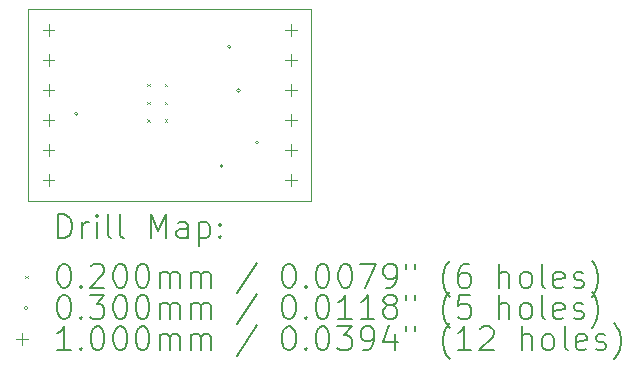
<source format=gbr>
%TF.GenerationSoftware,KiCad,Pcbnew,9.0.1*%
%TF.CreationDate,2025-08-23T10:31:37+05:00*%
%TF.ProjectId,motor_driver,6d6f746f-725f-4647-9269-7665722e6b69,rev?*%
%TF.SameCoordinates,Original*%
%TF.FileFunction,Drillmap*%
%TF.FilePolarity,Positive*%
%FSLAX45Y45*%
G04 Gerber Fmt 4.5, Leading zero omitted, Abs format (unit mm)*
G04 Created by KiCad (PCBNEW 9.0.1) date 2025-08-23 10:31:37*
%MOMM*%
%LPD*%
G01*
G04 APERTURE LIST*
%ADD10C,0.050000*%
%ADD11C,0.200000*%
%ADD12C,0.100000*%
G04 APERTURE END LIST*
D10*
X14670000Y-8775000D02*
X17070000Y-8775000D01*
X17070000Y-10400000D01*
X14670000Y-10400000D01*
X14670000Y-8775000D01*
D11*
D12*
X15680000Y-9410000D02*
X15700000Y-9430000D01*
X15700000Y-9410000D02*
X15680000Y-9430000D01*
X15680000Y-9560000D02*
X15700000Y-9580000D01*
X15700000Y-9560000D02*
X15680000Y-9580000D01*
X15680000Y-9710000D02*
X15700000Y-9730000D01*
X15700000Y-9710000D02*
X15680000Y-9730000D01*
X15830000Y-9410000D02*
X15850000Y-9430000D01*
X15850000Y-9410000D02*
X15830000Y-9430000D01*
X15830000Y-9560000D02*
X15850000Y-9580000D01*
X15850000Y-9560000D02*
X15830000Y-9580000D01*
X15830000Y-9710000D02*
X15850000Y-9730000D01*
X15850000Y-9710000D02*
X15830000Y-9730000D01*
X15095000Y-9660000D02*
G75*
G02*
X15065000Y-9660000I-15000J0D01*
G01*
X15065000Y-9660000D02*
G75*
G02*
X15095000Y-9660000I15000J0D01*
G01*
X16325000Y-10105000D02*
G75*
G02*
X16295000Y-10105000I-15000J0D01*
G01*
X16295000Y-10105000D02*
G75*
G02*
X16325000Y-10105000I15000J0D01*
G01*
X16390000Y-9095000D02*
G75*
G02*
X16360000Y-9095000I-15000J0D01*
G01*
X16360000Y-9095000D02*
G75*
G02*
X16390000Y-9095000I15000J0D01*
G01*
X16470000Y-9465000D02*
G75*
G02*
X16440000Y-9465000I-15000J0D01*
G01*
X16440000Y-9465000D02*
G75*
G02*
X16470000Y-9465000I15000J0D01*
G01*
X16625000Y-9906000D02*
G75*
G02*
X16595000Y-9906000I-15000J0D01*
G01*
X16595000Y-9906000D02*
G75*
G02*
X16625000Y-9906000I15000J0D01*
G01*
X14845000Y-8904000D02*
X14845000Y-9004000D01*
X14795000Y-8954000D02*
X14895000Y-8954000D01*
X14845000Y-9158000D02*
X14845000Y-9258000D01*
X14795000Y-9208000D02*
X14895000Y-9208000D01*
X14845000Y-9412000D02*
X14845000Y-9512000D01*
X14795000Y-9462000D02*
X14895000Y-9462000D01*
X14845000Y-9666000D02*
X14845000Y-9766000D01*
X14795000Y-9716000D02*
X14895000Y-9716000D01*
X14845000Y-9920000D02*
X14845000Y-10020000D01*
X14795000Y-9970000D02*
X14895000Y-9970000D01*
X14845000Y-10174000D02*
X14845000Y-10274000D01*
X14795000Y-10224000D02*
X14895000Y-10224000D01*
X16895000Y-8902000D02*
X16895000Y-9002000D01*
X16845000Y-8952000D02*
X16945000Y-8952000D01*
X16895000Y-9156000D02*
X16895000Y-9256000D01*
X16845000Y-9206000D02*
X16945000Y-9206000D01*
X16895000Y-9410000D02*
X16895000Y-9510000D01*
X16845000Y-9460000D02*
X16945000Y-9460000D01*
X16895000Y-9664000D02*
X16895000Y-9764000D01*
X16845000Y-9714000D02*
X16945000Y-9714000D01*
X16895000Y-9918000D02*
X16895000Y-10018000D01*
X16845000Y-9968000D02*
X16945000Y-9968000D01*
X16895000Y-10172000D02*
X16895000Y-10272000D01*
X16845000Y-10222000D02*
X16945000Y-10222000D01*
D11*
X14928277Y-10713984D02*
X14928277Y-10513984D01*
X14928277Y-10513984D02*
X14975896Y-10513984D01*
X14975896Y-10513984D02*
X15004467Y-10523508D01*
X15004467Y-10523508D02*
X15023515Y-10542555D01*
X15023515Y-10542555D02*
X15033039Y-10561603D01*
X15033039Y-10561603D02*
X15042562Y-10599698D01*
X15042562Y-10599698D02*
X15042562Y-10628270D01*
X15042562Y-10628270D02*
X15033039Y-10666365D01*
X15033039Y-10666365D02*
X15023515Y-10685412D01*
X15023515Y-10685412D02*
X15004467Y-10704460D01*
X15004467Y-10704460D02*
X14975896Y-10713984D01*
X14975896Y-10713984D02*
X14928277Y-10713984D01*
X15128277Y-10713984D02*
X15128277Y-10580650D01*
X15128277Y-10618746D02*
X15137801Y-10599698D01*
X15137801Y-10599698D02*
X15147324Y-10590174D01*
X15147324Y-10590174D02*
X15166372Y-10580650D01*
X15166372Y-10580650D02*
X15185420Y-10580650D01*
X15252086Y-10713984D02*
X15252086Y-10580650D01*
X15252086Y-10513984D02*
X15242562Y-10523508D01*
X15242562Y-10523508D02*
X15252086Y-10533031D01*
X15252086Y-10533031D02*
X15261610Y-10523508D01*
X15261610Y-10523508D02*
X15252086Y-10513984D01*
X15252086Y-10513984D02*
X15252086Y-10533031D01*
X15375896Y-10713984D02*
X15356848Y-10704460D01*
X15356848Y-10704460D02*
X15347324Y-10685412D01*
X15347324Y-10685412D02*
X15347324Y-10513984D01*
X15480658Y-10713984D02*
X15461610Y-10704460D01*
X15461610Y-10704460D02*
X15452086Y-10685412D01*
X15452086Y-10685412D02*
X15452086Y-10513984D01*
X15709229Y-10713984D02*
X15709229Y-10513984D01*
X15709229Y-10513984D02*
X15775896Y-10656841D01*
X15775896Y-10656841D02*
X15842562Y-10513984D01*
X15842562Y-10513984D02*
X15842562Y-10713984D01*
X16023515Y-10713984D02*
X16023515Y-10609222D01*
X16023515Y-10609222D02*
X16013991Y-10590174D01*
X16013991Y-10590174D02*
X15994943Y-10580650D01*
X15994943Y-10580650D02*
X15956848Y-10580650D01*
X15956848Y-10580650D02*
X15937801Y-10590174D01*
X16023515Y-10704460D02*
X16004467Y-10713984D01*
X16004467Y-10713984D02*
X15956848Y-10713984D01*
X15956848Y-10713984D02*
X15937801Y-10704460D01*
X15937801Y-10704460D02*
X15928277Y-10685412D01*
X15928277Y-10685412D02*
X15928277Y-10666365D01*
X15928277Y-10666365D02*
X15937801Y-10647317D01*
X15937801Y-10647317D02*
X15956848Y-10637793D01*
X15956848Y-10637793D02*
X16004467Y-10637793D01*
X16004467Y-10637793D02*
X16023515Y-10628270D01*
X16118753Y-10580650D02*
X16118753Y-10780650D01*
X16118753Y-10590174D02*
X16137801Y-10580650D01*
X16137801Y-10580650D02*
X16175896Y-10580650D01*
X16175896Y-10580650D02*
X16194943Y-10590174D01*
X16194943Y-10590174D02*
X16204467Y-10599698D01*
X16204467Y-10599698D02*
X16213991Y-10618746D01*
X16213991Y-10618746D02*
X16213991Y-10675889D01*
X16213991Y-10675889D02*
X16204467Y-10694936D01*
X16204467Y-10694936D02*
X16194943Y-10704460D01*
X16194943Y-10704460D02*
X16175896Y-10713984D01*
X16175896Y-10713984D02*
X16137801Y-10713984D01*
X16137801Y-10713984D02*
X16118753Y-10704460D01*
X16299705Y-10694936D02*
X16309229Y-10704460D01*
X16309229Y-10704460D02*
X16299705Y-10713984D01*
X16299705Y-10713984D02*
X16290182Y-10704460D01*
X16290182Y-10704460D02*
X16299705Y-10694936D01*
X16299705Y-10694936D02*
X16299705Y-10713984D01*
X16299705Y-10590174D02*
X16309229Y-10599698D01*
X16309229Y-10599698D02*
X16299705Y-10609222D01*
X16299705Y-10609222D02*
X16290182Y-10599698D01*
X16290182Y-10599698D02*
X16299705Y-10590174D01*
X16299705Y-10590174D02*
X16299705Y-10609222D01*
D12*
X14647500Y-11032500D02*
X14667500Y-11052500D01*
X14667500Y-11032500D02*
X14647500Y-11052500D01*
D11*
X14966372Y-10933984D02*
X14985420Y-10933984D01*
X14985420Y-10933984D02*
X15004467Y-10943508D01*
X15004467Y-10943508D02*
X15013991Y-10953031D01*
X15013991Y-10953031D02*
X15023515Y-10972079D01*
X15023515Y-10972079D02*
X15033039Y-11010174D01*
X15033039Y-11010174D02*
X15033039Y-11057793D01*
X15033039Y-11057793D02*
X15023515Y-11095889D01*
X15023515Y-11095889D02*
X15013991Y-11114936D01*
X15013991Y-11114936D02*
X15004467Y-11124460D01*
X15004467Y-11124460D02*
X14985420Y-11133984D01*
X14985420Y-11133984D02*
X14966372Y-11133984D01*
X14966372Y-11133984D02*
X14947324Y-11124460D01*
X14947324Y-11124460D02*
X14937801Y-11114936D01*
X14937801Y-11114936D02*
X14928277Y-11095889D01*
X14928277Y-11095889D02*
X14918753Y-11057793D01*
X14918753Y-11057793D02*
X14918753Y-11010174D01*
X14918753Y-11010174D02*
X14928277Y-10972079D01*
X14928277Y-10972079D02*
X14937801Y-10953031D01*
X14937801Y-10953031D02*
X14947324Y-10943508D01*
X14947324Y-10943508D02*
X14966372Y-10933984D01*
X15118753Y-11114936D02*
X15128277Y-11124460D01*
X15128277Y-11124460D02*
X15118753Y-11133984D01*
X15118753Y-11133984D02*
X15109229Y-11124460D01*
X15109229Y-11124460D02*
X15118753Y-11114936D01*
X15118753Y-11114936D02*
X15118753Y-11133984D01*
X15204467Y-10953031D02*
X15213991Y-10943508D01*
X15213991Y-10943508D02*
X15233039Y-10933984D01*
X15233039Y-10933984D02*
X15280658Y-10933984D01*
X15280658Y-10933984D02*
X15299705Y-10943508D01*
X15299705Y-10943508D02*
X15309229Y-10953031D01*
X15309229Y-10953031D02*
X15318753Y-10972079D01*
X15318753Y-10972079D02*
X15318753Y-10991127D01*
X15318753Y-10991127D02*
X15309229Y-11019698D01*
X15309229Y-11019698D02*
X15194943Y-11133984D01*
X15194943Y-11133984D02*
X15318753Y-11133984D01*
X15442562Y-10933984D02*
X15461610Y-10933984D01*
X15461610Y-10933984D02*
X15480658Y-10943508D01*
X15480658Y-10943508D02*
X15490182Y-10953031D01*
X15490182Y-10953031D02*
X15499705Y-10972079D01*
X15499705Y-10972079D02*
X15509229Y-11010174D01*
X15509229Y-11010174D02*
X15509229Y-11057793D01*
X15509229Y-11057793D02*
X15499705Y-11095889D01*
X15499705Y-11095889D02*
X15490182Y-11114936D01*
X15490182Y-11114936D02*
X15480658Y-11124460D01*
X15480658Y-11124460D02*
X15461610Y-11133984D01*
X15461610Y-11133984D02*
X15442562Y-11133984D01*
X15442562Y-11133984D02*
X15423515Y-11124460D01*
X15423515Y-11124460D02*
X15413991Y-11114936D01*
X15413991Y-11114936D02*
X15404467Y-11095889D01*
X15404467Y-11095889D02*
X15394943Y-11057793D01*
X15394943Y-11057793D02*
X15394943Y-11010174D01*
X15394943Y-11010174D02*
X15404467Y-10972079D01*
X15404467Y-10972079D02*
X15413991Y-10953031D01*
X15413991Y-10953031D02*
X15423515Y-10943508D01*
X15423515Y-10943508D02*
X15442562Y-10933984D01*
X15633039Y-10933984D02*
X15652086Y-10933984D01*
X15652086Y-10933984D02*
X15671134Y-10943508D01*
X15671134Y-10943508D02*
X15680658Y-10953031D01*
X15680658Y-10953031D02*
X15690182Y-10972079D01*
X15690182Y-10972079D02*
X15699705Y-11010174D01*
X15699705Y-11010174D02*
X15699705Y-11057793D01*
X15699705Y-11057793D02*
X15690182Y-11095889D01*
X15690182Y-11095889D02*
X15680658Y-11114936D01*
X15680658Y-11114936D02*
X15671134Y-11124460D01*
X15671134Y-11124460D02*
X15652086Y-11133984D01*
X15652086Y-11133984D02*
X15633039Y-11133984D01*
X15633039Y-11133984D02*
X15613991Y-11124460D01*
X15613991Y-11124460D02*
X15604467Y-11114936D01*
X15604467Y-11114936D02*
X15594943Y-11095889D01*
X15594943Y-11095889D02*
X15585420Y-11057793D01*
X15585420Y-11057793D02*
X15585420Y-11010174D01*
X15585420Y-11010174D02*
X15594943Y-10972079D01*
X15594943Y-10972079D02*
X15604467Y-10953031D01*
X15604467Y-10953031D02*
X15613991Y-10943508D01*
X15613991Y-10943508D02*
X15633039Y-10933984D01*
X15785420Y-11133984D02*
X15785420Y-11000650D01*
X15785420Y-11019698D02*
X15794943Y-11010174D01*
X15794943Y-11010174D02*
X15813991Y-11000650D01*
X15813991Y-11000650D02*
X15842563Y-11000650D01*
X15842563Y-11000650D02*
X15861610Y-11010174D01*
X15861610Y-11010174D02*
X15871134Y-11029222D01*
X15871134Y-11029222D02*
X15871134Y-11133984D01*
X15871134Y-11029222D02*
X15880658Y-11010174D01*
X15880658Y-11010174D02*
X15899705Y-11000650D01*
X15899705Y-11000650D02*
X15928277Y-11000650D01*
X15928277Y-11000650D02*
X15947324Y-11010174D01*
X15947324Y-11010174D02*
X15956848Y-11029222D01*
X15956848Y-11029222D02*
X15956848Y-11133984D01*
X16052086Y-11133984D02*
X16052086Y-11000650D01*
X16052086Y-11019698D02*
X16061610Y-11010174D01*
X16061610Y-11010174D02*
X16080658Y-11000650D01*
X16080658Y-11000650D02*
X16109229Y-11000650D01*
X16109229Y-11000650D02*
X16128277Y-11010174D01*
X16128277Y-11010174D02*
X16137801Y-11029222D01*
X16137801Y-11029222D02*
X16137801Y-11133984D01*
X16137801Y-11029222D02*
X16147324Y-11010174D01*
X16147324Y-11010174D02*
X16166372Y-11000650D01*
X16166372Y-11000650D02*
X16194943Y-11000650D01*
X16194943Y-11000650D02*
X16213991Y-11010174D01*
X16213991Y-11010174D02*
X16223515Y-11029222D01*
X16223515Y-11029222D02*
X16223515Y-11133984D01*
X16613991Y-10924460D02*
X16442563Y-11181603D01*
X16871134Y-10933984D02*
X16890182Y-10933984D01*
X16890182Y-10933984D02*
X16909229Y-10943508D01*
X16909229Y-10943508D02*
X16918753Y-10953031D01*
X16918753Y-10953031D02*
X16928277Y-10972079D01*
X16928277Y-10972079D02*
X16937801Y-11010174D01*
X16937801Y-11010174D02*
X16937801Y-11057793D01*
X16937801Y-11057793D02*
X16928277Y-11095889D01*
X16928277Y-11095889D02*
X16918753Y-11114936D01*
X16918753Y-11114936D02*
X16909229Y-11124460D01*
X16909229Y-11124460D02*
X16890182Y-11133984D01*
X16890182Y-11133984D02*
X16871134Y-11133984D01*
X16871134Y-11133984D02*
X16852087Y-11124460D01*
X16852087Y-11124460D02*
X16842563Y-11114936D01*
X16842563Y-11114936D02*
X16833039Y-11095889D01*
X16833039Y-11095889D02*
X16823515Y-11057793D01*
X16823515Y-11057793D02*
X16823515Y-11010174D01*
X16823515Y-11010174D02*
X16833039Y-10972079D01*
X16833039Y-10972079D02*
X16842563Y-10953031D01*
X16842563Y-10953031D02*
X16852087Y-10943508D01*
X16852087Y-10943508D02*
X16871134Y-10933984D01*
X17023515Y-11114936D02*
X17033039Y-11124460D01*
X17033039Y-11124460D02*
X17023515Y-11133984D01*
X17023515Y-11133984D02*
X17013991Y-11124460D01*
X17013991Y-11124460D02*
X17023515Y-11114936D01*
X17023515Y-11114936D02*
X17023515Y-11133984D01*
X17156848Y-10933984D02*
X17175896Y-10933984D01*
X17175896Y-10933984D02*
X17194944Y-10943508D01*
X17194944Y-10943508D02*
X17204468Y-10953031D01*
X17204468Y-10953031D02*
X17213991Y-10972079D01*
X17213991Y-10972079D02*
X17223515Y-11010174D01*
X17223515Y-11010174D02*
X17223515Y-11057793D01*
X17223515Y-11057793D02*
X17213991Y-11095889D01*
X17213991Y-11095889D02*
X17204468Y-11114936D01*
X17204468Y-11114936D02*
X17194944Y-11124460D01*
X17194944Y-11124460D02*
X17175896Y-11133984D01*
X17175896Y-11133984D02*
X17156848Y-11133984D01*
X17156848Y-11133984D02*
X17137801Y-11124460D01*
X17137801Y-11124460D02*
X17128277Y-11114936D01*
X17128277Y-11114936D02*
X17118753Y-11095889D01*
X17118753Y-11095889D02*
X17109229Y-11057793D01*
X17109229Y-11057793D02*
X17109229Y-11010174D01*
X17109229Y-11010174D02*
X17118753Y-10972079D01*
X17118753Y-10972079D02*
X17128277Y-10953031D01*
X17128277Y-10953031D02*
X17137801Y-10943508D01*
X17137801Y-10943508D02*
X17156848Y-10933984D01*
X17347325Y-10933984D02*
X17366372Y-10933984D01*
X17366372Y-10933984D02*
X17385420Y-10943508D01*
X17385420Y-10943508D02*
X17394944Y-10953031D01*
X17394944Y-10953031D02*
X17404468Y-10972079D01*
X17404468Y-10972079D02*
X17413991Y-11010174D01*
X17413991Y-11010174D02*
X17413991Y-11057793D01*
X17413991Y-11057793D02*
X17404468Y-11095889D01*
X17404468Y-11095889D02*
X17394944Y-11114936D01*
X17394944Y-11114936D02*
X17385420Y-11124460D01*
X17385420Y-11124460D02*
X17366372Y-11133984D01*
X17366372Y-11133984D02*
X17347325Y-11133984D01*
X17347325Y-11133984D02*
X17328277Y-11124460D01*
X17328277Y-11124460D02*
X17318753Y-11114936D01*
X17318753Y-11114936D02*
X17309229Y-11095889D01*
X17309229Y-11095889D02*
X17299706Y-11057793D01*
X17299706Y-11057793D02*
X17299706Y-11010174D01*
X17299706Y-11010174D02*
X17309229Y-10972079D01*
X17309229Y-10972079D02*
X17318753Y-10953031D01*
X17318753Y-10953031D02*
X17328277Y-10943508D01*
X17328277Y-10943508D02*
X17347325Y-10933984D01*
X17480658Y-10933984D02*
X17613991Y-10933984D01*
X17613991Y-10933984D02*
X17528277Y-11133984D01*
X17699706Y-11133984D02*
X17737801Y-11133984D01*
X17737801Y-11133984D02*
X17756849Y-11124460D01*
X17756849Y-11124460D02*
X17766372Y-11114936D01*
X17766372Y-11114936D02*
X17785420Y-11086365D01*
X17785420Y-11086365D02*
X17794944Y-11048270D01*
X17794944Y-11048270D02*
X17794944Y-10972079D01*
X17794944Y-10972079D02*
X17785420Y-10953031D01*
X17785420Y-10953031D02*
X17775896Y-10943508D01*
X17775896Y-10943508D02*
X17756849Y-10933984D01*
X17756849Y-10933984D02*
X17718753Y-10933984D01*
X17718753Y-10933984D02*
X17699706Y-10943508D01*
X17699706Y-10943508D02*
X17690182Y-10953031D01*
X17690182Y-10953031D02*
X17680658Y-10972079D01*
X17680658Y-10972079D02*
X17680658Y-11019698D01*
X17680658Y-11019698D02*
X17690182Y-11038746D01*
X17690182Y-11038746D02*
X17699706Y-11048270D01*
X17699706Y-11048270D02*
X17718753Y-11057793D01*
X17718753Y-11057793D02*
X17756849Y-11057793D01*
X17756849Y-11057793D02*
X17775896Y-11048270D01*
X17775896Y-11048270D02*
X17785420Y-11038746D01*
X17785420Y-11038746D02*
X17794944Y-11019698D01*
X17871134Y-10933984D02*
X17871134Y-10972079D01*
X17947325Y-10933984D02*
X17947325Y-10972079D01*
X18242563Y-11210174D02*
X18233039Y-11200650D01*
X18233039Y-11200650D02*
X18213991Y-11172079D01*
X18213991Y-11172079D02*
X18204468Y-11153031D01*
X18204468Y-11153031D02*
X18194944Y-11124460D01*
X18194944Y-11124460D02*
X18185420Y-11076841D01*
X18185420Y-11076841D02*
X18185420Y-11038746D01*
X18185420Y-11038746D02*
X18194944Y-10991127D01*
X18194944Y-10991127D02*
X18204468Y-10962555D01*
X18204468Y-10962555D02*
X18213991Y-10943508D01*
X18213991Y-10943508D02*
X18233039Y-10914936D01*
X18233039Y-10914936D02*
X18242563Y-10905412D01*
X18404468Y-10933984D02*
X18366372Y-10933984D01*
X18366372Y-10933984D02*
X18347325Y-10943508D01*
X18347325Y-10943508D02*
X18337801Y-10953031D01*
X18337801Y-10953031D02*
X18318753Y-10981603D01*
X18318753Y-10981603D02*
X18309230Y-11019698D01*
X18309230Y-11019698D02*
X18309230Y-11095889D01*
X18309230Y-11095889D02*
X18318753Y-11114936D01*
X18318753Y-11114936D02*
X18328277Y-11124460D01*
X18328277Y-11124460D02*
X18347325Y-11133984D01*
X18347325Y-11133984D02*
X18385420Y-11133984D01*
X18385420Y-11133984D02*
X18404468Y-11124460D01*
X18404468Y-11124460D02*
X18413991Y-11114936D01*
X18413991Y-11114936D02*
X18423515Y-11095889D01*
X18423515Y-11095889D02*
X18423515Y-11048270D01*
X18423515Y-11048270D02*
X18413991Y-11029222D01*
X18413991Y-11029222D02*
X18404468Y-11019698D01*
X18404468Y-11019698D02*
X18385420Y-11010174D01*
X18385420Y-11010174D02*
X18347325Y-11010174D01*
X18347325Y-11010174D02*
X18328277Y-11019698D01*
X18328277Y-11019698D02*
X18318753Y-11029222D01*
X18318753Y-11029222D02*
X18309230Y-11048270D01*
X18661611Y-11133984D02*
X18661611Y-10933984D01*
X18747325Y-11133984D02*
X18747325Y-11029222D01*
X18747325Y-11029222D02*
X18737801Y-11010174D01*
X18737801Y-11010174D02*
X18718753Y-11000650D01*
X18718753Y-11000650D02*
X18690182Y-11000650D01*
X18690182Y-11000650D02*
X18671134Y-11010174D01*
X18671134Y-11010174D02*
X18661611Y-11019698D01*
X18871134Y-11133984D02*
X18852087Y-11124460D01*
X18852087Y-11124460D02*
X18842563Y-11114936D01*
X18842563Y-11114936D02*
X18833039Y-11095889D01*
X18833039Y-11095889D02*
X18833039Y-11038746D01*
X18833039Y-11038746D02*
X18842563Y-11019698D01*
X18842563Y-11019698D02*
X18852087Y-11010174D01*
X18852087Y-11010174D02*
X18871134Y-11000650D01*
X18871134Y-11000650D02*
X18899706Y-11000650D01*
X18899706Y-11000650D02*
X18918753Y-11010174D01*
X18918753Y-11010174D02*
X18928277Y-11019698D01*
X18928277Y-11019698D02*
X18937801Y-11038746D01*
X18937801Y-11038746D02*
X18937801Y-11095889D01*
X18937801Y-11095889D02*
X18928277Y-11114936D01*
X18928277Y-11114936D02*
X18918753Y-11124460D01*
X18918753Y-11124460D02*
X18899706Y-11133984D01*
X18899706Y-11133984D02*
X18871134Y-11133984D01*
X19052087Y-11133984D02*
X19033039Y-11124460D01*
X19033039Y-11124460D02*
X19023515Y-11105412D01*
X19023515Y-11105412D02*
X19023515Y-10933984D01*
X19204468Y-11124460D02*
X19185420Y-11133984D01*
X19185420Y-11133984D02*
X19147325Y-11133984D01*
X19147325Y-11133984D02*
X19128277Y-11124460D01*
X19128277Y-11124460D02*
X19118753Y-11105412D01*
X19118753Y-11105412D02*
X19118753Y-11029222D01*
X19118753Y-11029222D02*
X19128277Y-11010174D01*
X19128277Y-11010174D02*
X19147325Y-11000650D01*
X19147325Y-11000650D02*
X19185420Y-11000650D01*
X19185420Y-11000650D02*
X19204468Y-11010174D01*
X19204468Y-11010174D02*
X19213992Y-11029222D01*
X19213992Y-11029222D02*
X19213992Y-11048270D01*
X19213992Y-11048270D02*
X19118753Y-11067317D01*
X19290182Y-11124460D02*
X19309230Y-11133984D01*
X19309230Y-11133984D02*
X19347325Y-11133984D01*
X19347325Y-11133984D02*
X19366373Y-11124460D01*
X19366373Y-11124460D02*
X19375896Y-11105412D01*
X19375896Y-11105412D02*
X19375896Y-11095889D01*
X19375896Y-11095889D02*
X19366373Y-11076841D01*
X19366373Y-11076841D02*
X19347325Y-11067317D01*
X19347325Y-11067317D02*
X19318753Y-11067317D01*
X19318753Y-11067317D02*
X19299706Y-11057793D01*
X19299706Y-11057793D02*
X19290182Y-11038746D01*
X19290182Y-11038746D02*
X19290182Y-11029222D01*
X19290182Y-11029222D02*
X19299706Y-11010174D01*
X19299706Y-11010174D02*
X19318753Y-11000650D01*
X19318753Y-11000650D02*
X19347325Y-11000650D01*
X19347325Y-11000650D02*
X19366373Y-11010174D01*
X19442563Y-11210174D02*
X19452087Y-11200650D01*
X19452087Y-11200650D02*
X19471134Y-11172079D01*
X19471134Y-11172079D02*
X19480658Y-11153031D01*
X19480658Y-11153031D02*
X19490182Y-11124460D01*
X19490182Y-11124460D02*
X19499706Y-11076841D01*
X19499706Y-11076841D02*
X19499706Y-11038746D01*
X19499706Y-11038746D02*
X19490182Y-10991127D01*
X19490182Y-10991127D02*
X19480658Y-10962555D01*
X19480658Y-10962555D02*
X19471134Y-10943508D01*
X19471134Y-10943508D02*
X19452087Y-10914936D01*
X19452087Y-10914936D02*
X19442563Y-10905412D01*
D12*
X14667500Y-11306500D02*
G75*
G02*
X14637500Y-11306500I-15000J0D01*
G01*
X14637500Y-11306500D02*
G75*
G02*
X14667500Y-11306500I15000J0D01*
G01*
D11*
X14966372Y-11197984D02*
X14985420Y-11197984D01*
X14985420Y-11197984D02*
X15004467Y-11207508D01*
X15004467Y-11207508D02*
X15013991Y-11217031D01*
X15013991Y-11217031D02*
X15023515Y-11236079D01*
X15023515Y-11236079D02*
X15033039Y-11274174D01*
X15033039Y-11274174D02*
X15033039Y-11321793D01*
X15033039Y-11321793D02*
X15023515Y-11359888D01*
X15023515Y-11359888D02*
X15013991Y-11378936D01*
X15013991Y-11378936D02*
X15004467Y-11388460D01*
X15004467Y-11388460D02*
X14985420Y-11397984D01*
X14985420Y-11397984D02*
X14966372Y-11397984D01*
X14966372Y-11397984D02*
X14947324Y-11388460D01*
X14947324Y-11388460D02*
X14937801Y-11378936D01*
X14937801Y-11378936D02*
X14928277Y-11359888D01*
X14928277Y-11359888D02*
X14918753Y-11321793D01*
X14918753Y-11321793D02*
X14918753Y-11274174D01*
X14918753Y-11274174D02*
X14928277Y-11236079D01*
X14928277Y-11236079D02*
X14937801Y-11217031D01*
X14937801Y-11217031D02*
X14947324Y-11207508D01*
X14947324Y-11207508D02*
X14966372Y-11197984D01*
X15118753Y-11378936D02*
X15128277Y-11388460D01*
X15128277Y-11388460D02*
X15118753Y-11397984D01*
X15118753Y-11397984D02*
X15109229Y-11388460D01*
X15109229Y-11388460D02*
X15118753Y-11378936D01*
X15118753Y-11378936D02*
X15118753Y-11397984D01*
X15194943Y-11197984D02*
X15318753Y-11197984D01*
X15318753Y-11197984D02*
X15252086Y-11274174D01*
X15252086Y-11274174D02*
X15280658Y-11274174D01*
X15280658Y-11274174D02*
X15299705Y-11283698D01*
X15299705Y-11283698D02*
X15309229Y-11293222D01*
X15309229Y-11293222D02*
X15318753Y-11312269D01*
X15318753Y-11312269D02*
X15318753Y-11359888D01*
X15318753Y-11359888D02*
X15309229Y-11378936D01*
X15309229Y-11378936D02*
X15299705Y-11388460D01*
X15299705Y-11388460D02*
X15280658Y-11397984D01*
X15280658Y-11397984D02*
X15223515Y-11397984D01*
X15223515Y-11397984D02*
X15204467Y-11388460D01*
X15204467Y-11388460D02*
X15194943Y-11378936D01*
X15442562Y-11197984D02*
X15461610Y-11197984D01*
X15461610Y-11197984D02*
X15480658Y-11207508D01*
X15480658Y-11207508D02*
X15490182Y-11217031D01*
X15490182Y-11217031D02*
X15499705Y-11236079D01*
X15499705Y-11236079D02*
X15509229Y-11274174D01*
X15509229Y-11274174D02*
X15509229Y-11321793D01*
X15509229Y-11321793D02*
X15499705Y-11359888D01*
X15499705Y-11359888D02*
X15490182Y-11378936D01*
X15490182Y-11378936D02*
X15480658Y-11388460D01*
X15480658Y-11388460D02*
X15461610Y-11397984D01*
X15461610Y-11397984D02*
X15442562Y-11397984D01*
X15442562Y-11397984D02*
X15423515Y-11388460D01*
X15423515Y-11388460D02*
X15413991Y-11378936D01*
X15413991Y-11378936D02*
X15404467Y-11359888D01*
X15404467Y-11359888D02*
X15394943Y-11321793D01*
X15394943Y-11321793D02*
X15394943Y-11274174D01*
X15394943Y-11274174D02*
X15404467Y-11236079D01*
X15404467Y-11236079D02*
X15413991Y-11217031D01*
X15413991Y-11217031D02*
X15423515Y-11207508D01*
X15423515Y-11207508D02*
X15442562Y-11197984D01*
X15633039Y-11197984D02*
X15652086Y-11197984D01*
X15652086Y-11197984D02*
X15671134Y-11207508D01*
X15671134Y-11207508D02*
X15680658Y-11217031D01*
X15680658Y-11217031D02*
X15690182Y-11236079D01*
X15690182Y-11236079D02*
X15699705Y-11274174D01*
X15699705Y-11274174D02*
X15699705Y-11321793D01*
X15699705Y-11321793D02*
X15690182Y-11359888D01*
X15690182Y-11359888D02*
X15680658Y-11378936D01*
X15680658Y-11378936D02*
X15671134Y-11388460D01*
X15671134Y-11388460D02*
X15652086Y-11397984D01*
X15652086Y-11397984D02*
X15633039Y-11397984D01*
X15633039Y-11397984D02*
X15613991Y-11388460D01*
X15613991Y-11388460D02*
X15604467Y-11378936D01*
X15604467Y-11378936D02*
X15594943Y-11359888D01*
X15594943Y-11359888D02*
X15585420Y-11321793D01*
X15585420Y-11321793D02*
X15585420Y-11274174D01*
X15585420Y-11274174D02*
X15594943Y-11236079D01*
X15594943Y-11236079D02*
X15604467Y-11217031D01*
X15604467Y-11217031D02*
X15613991Y-11207508D01*
X15613991Y-11207508D02*
X15633039Y-11197984D01*
X15785420Y-11397984D02*
X15785420Y-11264650D01*
X15785420Y-11283698D02*
X15794943Y-11274174D01*
X15794943Y-11274174D02*
X15813991Y-11264650D01*
X15813991Y-11264650D02*
X15842563Y-11264650D01*
X15842563Y-11264650D02*
X15861610Y-11274174D01*
X15861610Y-11274174D02*
X15871134Y-11293222D01*
X15871134Y-11293222D02*
X15871134Y-11397984D01*
X15871134Y-11293222D02*
X15880658Y-11274174D01*
X15880658Y-11274174D02*
X15899705Y-11264650D01*
X15899705Y-11264650D02*
X15928277Y-11264650D01*
X15928277Y-11264650D02*
X15947324Y-11274174D01*
X15947324Y-11274174D02*
X15956848Y-11293222D01*
X15956848Y-11293222D02*
X15956848Y-11397984D01*
X16052086Y-11397984D02*
X16052086Y-11264650D01*
X16052086Y-11283698D02*
X16061610Y-11274174D01*
X16061610Y-11274174D02*
X16080658Y-11264650D01*
X16080658Y-11264650D02*
X16109229Y-11264650D01*
X16109229Y-11264650D02*
X16128277Y-11274174D01*
X16128277Y-11274174D02*
X16137801Y-11293222D01*
X16137801Y-11293222D02*
X16137801Y-11397984D01*
X16137801Y-11293222D02*
X16147324Y-11274174D01*
X16147324Y-11274174D02*
X16166372Y-11264650D01*
X16166372Y-11264650D02*
X16194943Y-11264650D01*
X16194943Y-11264650D02*
X16213991Y-11274174D01*
X16213991Y-11274174D02*
X16223515Y-11293222D01*
X16223515Y-11293222D02*
X16223515Y-11397984D01*
X16613991Y-11188460D02*
X16442563Y-11445603D01*
X16871134Y-11197984D02*
X16890182Y-11197984D01*
X16890182Y-11197984D02*
X16909229Y-11207508D01*
X16909229Y-11207508D02*
X16918753Y-11217031D01*
X16918753Y-11217031D02*
X16928277Y-11236079D01*
X16928277Y-11236079D02*
X16937801Y-11274174D01*
X16937801Y-11274174D02*
X16937801Y-11321793D01*
X16937801Y-11321793D02*
X16928277Y-11359888D01*
X16928277Y-11359888D02*
X16918753Y-11378936D01*
X16918753Y-11378936D02*
X16909229Y-11388460D01*
X16909229Y-11388460D02*
X16890182Y-11397984D01*
X16890182Y-11397984D02*
X16871134Y-11397984D01*
X16871134Y-11397984D02*
X16852087Y-11388460D01*
X16852087Y-11388460D02*
X16842563Y-11378936D01*
X16842563Y-11378936D02*
X16833039Y-11359888D01*
X16833039Y-11359888D02*
X16823515Y-11321793D01*
X16823515Y-11321793D02*
X16823515Y-11274174D01*
X16823515Y-11274174D02*
X16833039Y-11236079D01*
X16833039Y-11236079D02*
X16842563Y-11217031D01*
X16842563Y-11217031D02*
X16852087Y-11207508D01*
X16852087Y-11207508D02*
X16871134Y-11197984D01*
X17023515Y-11378936D02*
X17033039Y-11388460D01*
X17033039Y-11388460D02*
X17023515Y-11397984D01*
X17023515Y-11397984D02*
X17013991Y-11388460D01*
X17013991Y-11388460D02*
X17023515Y-11378936D01*
X17023515Y-11378936D02*
X17023515Y-11397984D01*
X17156848Y-11197984D02*
X17175896Y-11197984D01*
X17175896Y-11197984D02*
X17194944Y-11207508D01*
X17194944Y-11207508D02*
X17204468Y-11217031D01*
X17204468Y-11217031D02*
X17213991Y-11236079D01*
X17213991Y-11236079D02*
X17223515Y-11274174D01*
X17223515Y-11274174D02*
X17223515Y-11321793D01*
X17223515Y-11321793D02*
X17213991Y-11359888D01*
X17213991Y-11359888D02*
X17204468Y-11378936D01*
X17204468Y-11378936D02*
X17194944Y-11388460D01*
X17194944Y-11388460D02*
X17175896Y-11397984D01*
X17175896Y-11397984D02*
X17156848Y-11397984D01*
X17156848Y-11397984D02*
X17137801Y-11388460D01*
X17137801Y-11388460D02*
X17128277Y-11378936D01*
X17128277Y-11378936D02*
X17118753Y-11359888D01*
X17118753Y-11359888D02*
X17109229Y-11321793D01*
X17109229Y-11321793D02*
X17109229Y-11274174D01*
X17109229Y-11274174D02*
X17118753Y-11236079D01*
X17118753Y-11236079D02*
X17128277Y-11217031D01*
X17128277Y-11217031D02*
X17137801Y-11207508D01*
X17137801Y-11207508D02*
X17156848Y-11197984D01*
X17413991Y-11397984D02*
X17299706Y-11397984D01*
X17356848Y-11397984D02*
X17356848Y-11197984D01*
X17356848Y-11197984D02*
X17337801Y-11226555D01*
X17337801Y-11226555D02*
X17318753Y-11245603D01*
X17318753Y-11245603D02*
X17299706Y-11255127D01*
X17604468Y-11397984D02*
X17490182Y-11397984D01*
X17547325Y-11397984D02*
X17547325Y-11197984D01*
X17547325Y-11197984D02*
X17528277Y-11226555D01*
X17528277Y-11226555D02*
X17509229Y-11245603D01*
X17509229Y-11245603D02*
X17490182Y-11255127D01*
X17718753Y-11283698D02*
X17699706Y-11274174D01*
X17699706Y-11274174D02*
X17690182Y-11264650D01*
X17690182Y-11264650D02*
X17680658Y-11245603D01*
X17680658Y-11245603D02*
X17680658Y-11236079D01*
X17680658Y-11236079D02*
X17690182Y-11217031D01*
X17690182Y-11217031D02*
X17699706Y-11207508D01*
X17699706Y-11207508D02*
X17718753Y-11197984D01*
X17718753Y-11197984D02*
X17756849Y-11197984D01*
X17756849Y-11197984D02*
X17775896Y-11207508D01*
X17775896Y-11207508D02*
X17785420Y-11217031D01*
X17785420Y-11217031D02*
X17794944Y-11236079D01*
X17794944Y-11236079D02*
X17794944Y-11245603D01*
X17794944Y-11245603D02*
X17785420Y-11264650D01*
X17785420Y-11264650D02*
X17775896Y-11274174D01*
X17775896Y-11274174D02*
X17756849Y-11283698D01*
X17756849Y-11283698D02*
X17718753Y-11283698D01*
X17718753Y-11283698D02*
X17699706Y-11293222D01*
X17699706Y-11293222D02*
X17690182Y-11302746D01*
X17690182Y-11302746D02*
X17680658Y-11321793D01*
X17680658Y-11321793D02*
X17680658Y-11359888D01*
X17680658Y-11359888D02*
X17690182Y-11378936D01*
X17690182Y-11378936D02*
X17699706Y-11388460D01*
X17699706Y-11388460D02*
X17718753Y-11397984D01*
X17718753Y-11397984D02*
X17756849Y-11397984D01*
X17756849Y-11397984D02*
X17775896Y-11388460D01*
X17775896Y-11388460D02*
X17785420Y-11378936D01*
X17785420Y-11378936D02*
X17794944Y-11359888D01*
X17794944Y-11359888D02*
X17794944Y-11321793D01*
X17794944Y-11321793D02*
X17785420Y-11302746D01*
X17785420Y-11302746D02*
X17775896Y-11293222D01*
X17775896Y-11293222D02*
X17756849Y-11283698D01*
X17871134Y-11197984D02*
X17871134Y-11236079D01*
X17947325Y-11197984D02*
X17947325Y-11236079D01*
X18242563Y-11474174D02*
X18233039Y-11464650D01*
X18233039Y-11464650D02*
X18213991Y-11436079D01*
X18213991Y-11436079D02*
X18204468Y-11417031D01*
X18204468Y-11417031D02*
X18194944Y-11388460D01*
X18194944Y-11388460D02*
X18185420Y-11340841D01*
X18185420Y-11340841D02*
X18185420Y-11302746D01*
X18185420Y-11302746D02*
X18194944Y-11255127D01*
X18194944Y-11255127D02*
X18204468Y-11226555D01*
X18204468Y-11226555D02*
X18213991Y-11207508D01*
X18213991Y-11207508D02*
X18233039Y-11178936D01*
X18233039Y-11178936D02*
X18242563Y-11169412D01*
X18413991Y-11197984D02*
X18318753Y-11197984D01*
X18318753Y-11197984D02*
X18309230Y-11293222D01*
X18309230Y-11293222D02*
X18318753Y-11283698D01*
X18318753Y-11283698D02*
X18337801Y-11274174D01*
X18337801Y-11274174D02*
X18385420Y-11274174D01*
X18385420Y-11274174D02*
X18404468Y-11283698D01*
X18404468Y-11283698D02*
X18413991Y-11293222D01*
X18413991Y-11293222D02*
X18423515Y-11312269D01*
X18423515Y-11312269D02*
X18423515Y-11359888D01*
X18423515Y-11359888D02*
X18413991Y-11378936D01*
X18413991Y-11378936D02*
X18404468Y-11388460D01*
X18404468Y-11388460D02*
X18385420Y-11397984D01*
X18385420Y-11397984D02*
X18337801Y-11397984D01*
X18337801Y-11397984D02*
X18318753Y-11388460D01*
X18318753Y-11388460D02*
X18309230Y-11378936D01*
X18661611Y-11397984D02*
X18661611Y-11197984D01*
X18747325Y-11397984D02*
X18747325Y-11293222D01*
X18747325Y-11293222D02*
X18737801Y-11274174D01*
X18737801Y-11274174D02*
X18718753Y-11264650D01*
X18718753Y-11264650D02*
X18690182Y-11264650D01*
X18690182Y-11264650D02*
X18671134Y-11274174D01*
X18671134Y-11274174D02*
X18661611Y-11283698D01*
X18871134Y-11397984D02*
X18852087Y-11388460D01*
X18852087Y-11388460D02*
X18842563Y-11378936D01*
X18842563Y-11378936D02*
X18833039Y-11359888D01*
X18833039Y-11359888D02*
X18833039Y-11302746D01*
X18833039Y-11302746D02*
X18842563Y-11283698D01*
X18842563Y-11283698D02*
X18852087Y-11274174D01*
X18852087Y-11274174D02*
X18871134Y-11264650D01*
X18871134Y-11264650D02*
X18899706Y-11264650D01*
X18899706Y-11264650D02*
X18918753Y-11274174D01*
X18918753Y-11274174D02*
X18928277Y-11283698D01*
X18928277Y-11283698D02*
X18937801Y-11302746D01*
X18937801Y-11302746D02*
X18937801Y-11359888D01*
X18937801Y-11359888D02*
X18928277Y-11378936D01*
X18928277Y-11378936D02*
X18918753Y-11388460D01*
X18918753Y-11388460D02*
X18899706Y-11397984D01*
X18899706Y-11397984D02*
X18871134Y-11397984D01*
X19052087Y-11397984D02*
X19033039Y-11388460D01*
X19033039Y-11388460D02*
X19023515Y-11369412D01*
X19023515Y-11369412D02*
X19023515Y-11197984D01*
X19204468Y-11388460D02*
X19185420Y-11397984D01*
X19185420Y-11397984D02*
X19147325Y-11397984D01*
X19147325Y-11397984D02*
X19128277Y-11388460D01*
X19128277Y-11388460D02*
X19118753Y-11369412D01*
X19118753Y-11369412D02*
X19118753Y-11293222D01*
X19118753Y-11293222D02*
X19128277Y-11274174D01*
X19128277Y-11274174D02*
X19147325Y-11264650D01*
X19147325Y-11264650D02*
X19185420Y-11264650D01*
X19185420Y-11264650D02*
X19204468Y-11274174D01*
X19204468Y-11274174D02*
X19213992Y-11293222D01*
X19213992Y-11293222D02*
X19213992Y-11312269D01*
X19213992Y-11312269D02*
X19118753Y-11331317D01*
X19290182Y-11388460D02*
X19309230Y-11397984D01*
X19309230Y-11397984D02*
X19347325Y-11397984D01*
X19347325Y-11397984D02*
X19366373Y-11388460D01*
X19366373Y-11388460D02*
X19375896Y-11369412D01*
X19375896Y-11369412D02*
X19375896Y-11359888D01*
X19375896Y-11359888D02*
X19366373Y-11340841D01*
X19366373Y-11340841D02*
X19347325Y-11331317D01*
X19347325Y-11331317D02*
X19318753Y-11331317D01*
X19318753Y-11331317D02*
X19299706Y-11321793D01*
X19299706Y-11321793D02*
X19290182Y-11302746D01*
X19290182Y-11302746D02*
X19290182Y-11293222D01*
X19290182Y-11293222D02*
X19299706Y-11274174D01*
X19299706Y-11274174D02*
X19318753Y-11264650D01*
X19318753Y-11264650D02*
X19347325Y-11264650D01*
X19347325Y-11264650D02*
X19366373Y-11274174D01*
X19442563Y-11474174D02*
X19452087Y-11464650D01*
X19452087Y-11464650D02*
X19471134Y-11436079D01*
X19471134Y-11436079D02*
X19480658Y-11417031D01*
X19480658Y-11417031D02*
X19490182Y-11388460D01*
X19490182Y-11388460D02*
X19499706Y-11340841D01*
X19499706Y-11340841D02*
X19499706Y-11302746D01*
X19499706Y-11302746D02*
X19490182Y-11255127D01*
X19490182Y-11255127D02*
X19480658Y-11226555D01*
X19480658Y-11226555D02*
X19471134Y-11207508D01*
X19471134Y-11207508D02*
X19452087Y-11178936D01*
X19452087Y-11178936D02*
X19442563Y-11169412D01*
D12*
X14617500Y-11520500D02*
X14617500Y-11620500D01*
X14567500Y-11570500D02*
X14667500Y-11570500D01*
D11*
X15033039Y-11661984D02*
X14918753Y-11661984D01*
X14975896Y-11661984D02*
X14975896Y-11461984D01*
X14975896Y-11461984D02*
X14956848Y-11490555D01*
X14956848Y-11490555D02*
X14937801Y-11509603D01*
X14937801Y-11509603D02*
X14918753Y-11519127D01*
X15118753Y-11642936D02*
X15128277Y-11652460D01*
X15128277Y-11652460D02*
X15118753Y-11661984D01*
X15118753Y-11661984D02*
X15109229Y-11652460D01*
X15109229Y-11652460D02*
X15118753Y-11642936D01*
X15118753Y-11642936D02*
X15118753Y-11661984D01*
X15252086Y-11461984D02*
X15271134Y-11461984D01*
X15271134Y-11461984D02*
X15290182Y-11471508D01*
X15290182Y-11471508D02*
X15299705Y-11481031D01*
X15299705Y-11481031D02*
X15309229Y-11500079D01*
X15309229Y-11500079D02*
X15318753Y-11538174D01*
X15318753Y-11538174D02*
X15318753Y-11585793D01*
X15318753Y-11585793D02*
X15309229Y-11623888D01*
X15309229Y-11623888D02*
X15299705Y-11642936D01*
X15299705Y-11642936D02*
X15290182Y-11652460D01*
X15290182Y-11652460D02*
X15271134Y-11661984D01*
X15271134Y-11661984D02*
X15252086Y-11661984D01*
X15252086Y-11661984D02*
X15233039Y-11652460D01*
X15233039Y-11652460D02*
X15223515Y-11642936D01*
X15223515Y-11642936D02*
X15213991Y-11623888D01*
X15213991Y-11623888D02*
X15204467Y-11585793D01*
X15204467Y-11585793D02*
X15204467Y-11538174D01*
X15204467Y-11538174D02*
X15213991Y-11500079D01*
X15213991Y-11500079D02*
X15223515Y-11481031D01*
X15223515Y-11481031D02*
X15233039Y-11471508D01*
X15233039Y-11471508D02*
X15252086Y-11461984D01*
X15442562Y-11461984D02*
X15461610Y-11461984D01*
X15461610Y-11461984D02*
X15480658Y-11471508D01*
X15480658Y-11471508D02*
X15490182Y-11481031D01*
X15490182Y-11481031D02*
X15499705Y-11500079D01*
X15499705Y-11500079D02*
X15509229Y-11538174D01*
X15509229Y-11538174D02*
X15509229Y-11585793D01*
X15509229Y-11585793D02*
X15499705Y-11623888D01*
X15499705Y-11623888D02*
X15490182Y-11642936D01*
X15490182Y-11642936D02*
X15480658Y-11652460D01*
X15480658Y-11652460D02*
X15461610Y-11661984D01*
X15461610Y-11661984D02*
X15442562Y-11661984D01*
X15442562Y-11661984D02*
X15423515Y-11652460D01*
X15423515Y-11652460D02*
X15413991Y-11642936D01*
X15413991Y-11642936D02*
X15404467Y-11623888D01*
X15404467Y-11623888D02*
X15394943Y-11585793D01*
X15394943Y-11585793D02*
X15394943Y-11538174D01*
X15394943Y-11538174D02*
X15404467Y-11500079D01*
X15404467Y-11500079D02*
X15413991Y-11481031D01*
X15413991Y-11481031D02*
X15423515Y-11471508D01*
X15423515Y-11471508D02*
X15442562Y-11461984D01*
X15633039Y-11461984D02*
X15652086Y-11461984D01*
X15652086Y-11461984D02*
X15671134Y-11471508D01*
X15671134Y-11471508D02*
X15680658Y-11481031D01*
X15680658Y-11481031D02*
X15690182Y-11500079D01*
X15690182Y-11500079D02*
X15699705Y-11538174D01*
X15699705Y-11538174D02*
X15699705Y-11585793D01*
X15699705Y-11585793D02*
X15690182Y-11623888D01*
X15690182Y-11623888D02*
X15680658Y-11642936D01*
X15680658Y-11642936D02*
X15671134Y-11652460D01*
X15671134Y-11652460D02*
X15652086Y-11661984D01*
X15652086Y-11661984D02*
X15633039Y-11661984D01*
X15633039Y-11661984D02*
X15613991Y-11652460D01*
X15613991Y-11652460D02*
X15604467Y-11642936D01*
X15604467Y-11642936D02*
X15594943Y-11623888D01*
X15594943Y-11623888D02*
X15585420Y-11585793D01*
X15585420Y-11585793D02*
X15585420Y-11538174D01*
X15585420Y-11538174D02*
X15594943Y-11500079D01*
X15594943Y-11500079D02*
X15604467Y-11481031D01*
X15604467Y-11481031D02*
X15613991Y-11471508D01*
X15613991Y-11471508D02*
X15633039Y-11461984D01*
X15785420Y-11661984D02*
X15785420Y-11528650D01*
X15785420Y-11547698D02*
X15794943Y-11538174D01*
X15794943Y-11538174D02*
X15813991Y-11528650D01*
X15813991Y-11528650D02*
X15842563Y-11528650D01*
X15842563Y-11528650D02*
X15861610Y-11538174D01*
X15861610Y-11538174D02*
X15871134Y-11557222D01*
X15871134Y-11557222D02*
X15871134Y-11661984D01*
X15871134Y-11557222D02*
X15880658Y-11538174D01*
X15880658Y-11538174D02*
X15899705Y-11528650D01*
X15899705Y-11528650D02*
X15928277Y-11528650D01*
X15928277Y-11528650D02*
X15947324Y-11538174D01*
X15947324Y-11538174D02*
X15956848Y-11557222D01*
X15956848Y-11557222D02*
X15956848Y-11661984D01*
X16052086Y-11661984D02*
X16052086Y-11528650D01*
X16052086Y-11547698D02*
X16061610Y-11538174D01*
X16061610Y-11538174D02*
X16080658Y-11528650D01*
X16080658Y-11528650D02*
X16109229Y-11528650D01*
X16109229Y-11528650D02*
X16128277Y-11538174D01*
X16128277Y-11538174D02*
X16137801Y-11557222D01*
X16137801Y-11557222D02*
X16137801Y-11661984D01*
X16137801Y-11557222D02*
X16147324Y-11538174D01*
X16147324Y-11538174D02*
X16166372Y-11528650D01*
X16166372Y-11528650D02*
X16194943Y-11528650D01*
X16194943Y-11528650D02*
X16213991Y-11538174D01*
X16213991Y-11538174D02*
X16223515Y-11557222D01*
X16223515Y-11557222D02*
X16223515Y-11661984D01*
X16613991Y-11452460D02*
X16442563Y-11709603D01*
X16871134Y-11461984D02*
X16890182Y-11461984D01*
X16890182Y-11461984D02*
X16909229Y-11471508D01*
X16909229Y-11471508D02*
X16918753Y-11481031D01*
X16918753Y-11481031D02*
X16928277Y-11500079D01*
X16928277Y-11500079D02*
X16937801Y-11538174D01*
X16937801Y-11538174D02*
X16937801Y-11585793D01*
X16937801Y-11585793D02*
X16928277Y-11623888D01*
X16928277Y-11623888D02*
X16918753Y-11642936D01*
X16918753Y-11642936D02*
X16909229Y-11652460D01*
X16909229Y-11652460D02*
X16890182Y-11661984D01*
X16890182Y-11661984D02*
X16871134Y-11661984D01*
X16871134Y-11661984D02*
X16852087Y-11652460D01*
X16852087Y-11652460D02*
X16842563Y-11642936D01*
X16842563Y-11642936D02*
X16833039Y-11623888D01*
X16833039Y-11623888D02*
X16823515Y-11585793D01*
X16823515Y-11585793D02*
X16823515Y-11538174D01*
X16823515Y-11538174D02*
X16833039Y-11500079D01*
X16833039Y-11500079D02*
X16842563Y-11481031D01*
X16842563Y-11481031D02*
X16852087Y-11471508D01*
X16852087Y-11471508D02*
X16871134Y-11461984D01*
X17023515Y-11642936D02*
X17033039Y-11652460D01*
X17033039Y-11652460D02*
X17023515Y-11661984D01*
X17023515Y-11661984D02*
X17013991Y-11652460D01*
X17013991Y-11652460D02*
X17023515Y-11642936D01*
X17023515Y-11642936D02*
X17023515Y-11661984D01*
X17156848Y-11461984D02*
X17175896Y-11461984D01*
X17175896Y-11461984D02*
X17194944Y-11471508D01*
X17194944Y-11471508D02*
X17204468Y-11481031D01*
X17204468Y-11481031D02*
X17213991Y-11500079D01*
X17213991Y-11500079D02*
X17223515Y-11538174D01*
X17223515Y-11538174D02*
X17223515Y-11585793D01*
X17223515Y-11585793D02*
X17213991Y-11623888D01*
X17213991Y-11623888D02*
X17204468Y-11642936D01*
X17204468Y-11642936D02*
X17194944Y-11652460D01*
X17194944Y-11652460D02*
X17175896Y-11661984D01*
X17175896Y-11661984D02*
X17156848Y-11661984D01*
X17156848Y-11661984D02*
X17137801Y-11652460D01*
X17137801Y-11652460D02*
X17128277Y-11642936D01*
X17128277Y-11642936D02*
X17118753Y-11623888D01*
X17118753Y-11623888D02*
X17109229Y-11585793D01*
X17109229Y-11585793D02*
X17109229Y-11538174D01*
X17109229Y-11538174D02*
X17118753Y-11500079D01*
X17118753Y-11500079D02*
X17128277Y-11481031D01*
X17128277Y-11481031D02*
X17137801Y-11471508D01*
X17137801Y-11471508D02*
X17156848Y-11461984D01*
X17290182Y-11461984D02*
X17413991Y-11461984D01*
X17413991Y-11461984D02*
X17347325Y-11538174D01*
X17347325Y-11538174D02*
X17375896Y-11538174D01*
X17375896Y-11538174D02*
X17394944Y-11547698D01*
X17394944Y-11547698D02*
X17404468Y-11557222D01*
X17404468Y-11557222D02*
X17413991Y-11576269D01*
X17413991Y-11576269D02*
X17413991Y-11623888D01*
X17413991Y-11623888D02*
X17404468Y-11642936D01*
X17404468Y-11642936D02*
X17394944Y-11652460D01*
X17394944Y-11652460D02*
X17375896Y-11661984D01*
X17375896Y-11661984D02*
X17318753Y-11661984D01*
X17318753Y-11661984D02*
X17299706Y-11652460D01*
X17299706Y-11652460D02*
X17290182Y-11642936D01*
X17509229Y-11661984D02*
X17547325Y-11661984D01*
X17547325Y-11661984D02*
X17566372Y-11652460D01*
X17566372Y-11652460D02*
X17575896Y-11642936D01*
X17575896Y-11642936D02*
X17594944Y-11614365D01*
X17594944Y-11614365D02*
X17604468Y-11576269D01*
X17604468Y-11576269D02*
X17604468Y-11500079D01*
X17604468Y-11500079D02*
X17594944Y-11481031D01*
X17594944Y-11481031D02*
X17585420Y-11471508D01*
X17585420Y-11471508D02*
X17566372Y-11461984D01*
X17566372Y-11461984D02*
X17528277Y-11461984D01*
X17528277Y-11461984D02*
X17509229Y-11471508D01*
X17509229Y-11471508D02*
X17499706Y-11481031D01*
X17499706Y-11481031D02*
X17490182Y-11500079D01*
X17490182Y-11500079D02*
X17490182Y-11547698D01*
X17490182Y-11547698D02*
X17499706Y-11566746D01*
X17499706Y-11566746D02*
X17509229Y-11576269D01*
X17509229Y-11576269D02*
X17528277Y-11585793D01*
X17528277Y-11585793D02*
X17566372Y-11585793D01*
X17566372Y-11585793D02*
X17585420Y-11576269D01*
X17585420Y-11576269D02*
X17594944Y-11566746D01*
X17594944Y-11566746D02*
X17604468Y-11547698D01*
X17775896Y-11528650D02*
X17775896Y-11661984D01*
X17728277Y-11452460D02*
X17680658Y-11595317D01*
X17680658Y-11595317D02*
X17804468Y-11595317D01*
X17871134Y-11461984D02*
X17871134Y-11500079D01*
X17947325Y-11461984D02*
X17947325Y-11500079D01*
X18242563Y-11738174D02*
X18233039Y-11728650D01*
X18233039Y-11728650D02*
X18213991Y-11700079D01*
X18213991Y-11700079D02*
X18204468Y-11681031D01*
X18204468Y-11681031D02*
X18194944Y-11652460D01*
X18194944Y-11652460D02*
X18185420Y-11604841D01*
X18185420Y-11604841D02*
X18185420Y-11566746D01*
X18185420Y-11566746D02*
X18194944Y-11519127D01*
X18194944Y-11519127D02*
X18204468Y-11490555D01*
X18204468Y-11490555D02*
X18213991Y-11471508D01*
X18213991Y-11471508D02*
X18233039Y-11442936D01*
X18233039Y-11442936D02*
X18242563Y-11433412D01*
X18423515Y-11661984D02*
X18309230Y-11661984D01*
X18366372Y-11661984D02*
X18366372Y-11461984D01*
X18366372Y-11461984D02*
X18347325Y-11490555D01*
X18347325Y-11490555D02*
X18328277Y-11509603D01*
X18328277Y-11509603D02*
X18309230Y-11519127D01*
X18499706Y-11481031D02*
X18509230Y-11471508D01*
X18509230Y-11471508D02*
X18528277Y-11461984D01*
X18528277Y-11461984D02*
X18575896Y-11461984D01*
X18575896Y-11461984D02*
X18594944Y-11471508D01*
X18594944Y-11471508D02*
X18604468Y-11481031D01*
X18604468Y-11481031D02*
X18613991Y-11500079D01*
X18613991Y-11500079D02*
X18613991Y-11519127D01*
X18613991Y-11519127D02*
X18604468Y-11547698D01*
X18604468Y-11547698D02*
X18490182Y-11661984D01*
X18490182Y-11661984D02*
X18613991Y-11661984D01*
X18852087Y-11661984D02*
X18852087Y-11461984D01*
X18937801Y-11661984D02*
X18937801Y-11557222D01*
X18937801Y-11557222D02*
X18928277Y-11538174D01*
X18928277Y-11538174D02*
X18909230Y-11528650D01*
X18909230Y-11528650D02*
X18880658Y-11528650D01*
X18880658Y-11528650D02*
X18861611Y-11538174D01*
X18861611Y-11538174D02*
X18852087Y-11547698D01*
X19061611Y-11661984D02*
X19042563Y-11652460D01*
X19042563Y-11652460D02*
X19033039Y-11642936D01*
X19033039Y-11642936D02*
X19023515Y-11623888D01*
X19023515Y-11623888D02*
X19023515Y-11566746D01*
X19023515Y-11566746D02*
X19033039Y-11547698D01*
X19033039Y-11547698D02*
X19042563Y-11538174D01*
X19042563Y-11538174D02*
X19061611Y-11528650D01*
X19061611Y-11528650D02*
X19090182Y-11528650D01*
X19090182Y-11528650D02*
X19109230Y-11538174D01*
X19109230Y-11538174D02*
X19118753Y-11547698D01*
X19118753Y-11547698D02*
X19128277Y-11566746D01*
X19128277Y-11566746D02*
X19128277Y-11623888D01*
X19128277Y-11623888D02*
X19118753Y-11642936D01*
X19118753Y-11642936D02*
X19109230Y-11652460D01*
X19109230Y-11652460D02*
X19090182Y-11661984D01*
X19090182Y-11661984D02*
X19061611Y-11661984D01*
X19242563Y-11661984D02*
X19223515Y-11652460D01*
X19223515Y-11652460D02*
X19213992Y-11633412D01*
X19213992Y-11633412D02*
X19213992Y-11461984D01*
X19394944Y-11652460D02*
X19375896Y-11661984D01*
X19375896Y-11661984D02*
X19337801Y-11661984D01*
X19337801Y-11661984D02*
X19318753Y-11652460D01*
X19318753Y-11652460D02*
X19309230Y-11633412D01*
X19309230Y-11633412D02*
X19309230Y-11557222D01*
X19309230Y-11557222D02*
X19318753Y-11538174D01*
X19318753Y-11538174D02*
X19337801Y-11528650D01*
X19337801Y-11528650D02*
X19375896Y-11528650D01*
X19375896Y-11528650D02*
X19394944Y-11538174D01*
X19394944Y-11538174D02*
X19404468Y-11557222D01*
X19404468Y-11557222D02*
X19404468Y-11576269D01*
X19404468Y-11576269D02*
X19309230Y-11595317D01*
X19480658Y-11652460D02*
X19499706Y-11661984D01*
X19499706Y-11661984D02*
X19537801Y-11661984D01*
X19537801Y-11661984D02*
X19556849Y-11652460D01*
X19556849Y-11652460D02*
X19566373Y-11633412D01*
X19566373Y-11633412D02*
X19566373Y-11623888D01*
X19566373Y-11623888D02*
X19556849Y-11604841D01*
X19556849Y-11604841D02*
X19537801Y-11595317D01*
X19537801Y-11595317D02*
X19509230Y-11595317D01*
X19509230Y-11595317D02*
X19490182Y-11585793D01*
X19490182Y-11585793D02*
X19480658Y-11566746D01*
X19480658Y-11566746D02*
X19480658Y-11557222D01*
X19480658Y-11557222D02*
X19490182Y-11538174D01*
X19490182Y-11538174D02*
X19509230Y-11528650D01*
X19509230Y-11528650D02*
X19537801Y-11528650D01*
X19537801Y-11528650D02*
X19556849Y-11538174D01*
X19633039Y-11738174D02*
X19642563Y-11728650D01*
X19642563Y-11728650D02*
X19661611Y-11700079D01*
X19661611Y-11700079D02*
X19671134Y-11681031D01*
X19671134Y-11681031D02*
X19680658Y-11652460D01*
X19680658Y-11652460D02*
X19690182Y-11604841D01*
X19690182Y-11604841D02*
X19690182Y-11566746D01*
X19690182Y-11566746D02*
X19680658Y-11519127D01*
X19680658Y-11519127D02*
X19671134Y-11490555D01*
X19671134Y-11490555D02*
X19661611Y-11471508D01*
X19661611Y-11471508D02*
X19642563Y-11442936D01*
X19642563Y-11442936D02*
X19633039Y-11433412D01*
M02*

</source>
